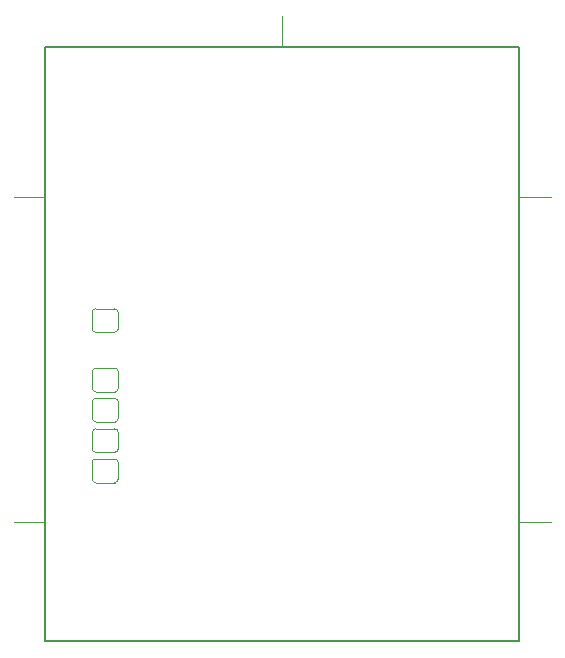
<source format=gbr>
%TF.GenerationSoftware,KiCad,Pcbnew,7.0.7-7.0.7~ubuntu23.04.1*%
%TF.CreationDate,2023-09-22T12:00:46+00:00*%
%TF.ProjectId,USBPDSINK01,55534250-4453-4494-9e4b-30312e6b6963,rev?*%
%TF.SameCoordinates,Original*%
%TF.FileFunction,Profile,NP*%
%FSLAX46Y46*%
G04 Gerber Fmt 4.6, Leading zero omitted, Abs format (unit mm)*
G04 Created by KiCad (PCBNEW 7.0.7-7.0.7~ubuntu23.04.1) date 2023-09-22 12:00:46*
%MOMM*%
%LPD*%
G01*
G04 APERTURE LIST*
%TA.AperFunction,Profile*%
%ADD10C,0.055880*%
%TD*%
%TA.AperFunction,Profile*%
%ADD11C,0.150000*%
%TD*%
%TA.AperFunction,Profile*%
%ADD12C,0.050000*%
%TD*%
G04 APERTURE END LIST*
D10*
X5328600Y42980000D02*
X2674600Y42980000D01*
X25400000Y55626000D02*
X25400000Y58280000D01*
D11*
X5334000Y55626000D02*
X45466000Y55626000D01*
X45466000Y5334001D01*
X5334000Y5334001D01*
X5334000Y55626000D01*
D10*
X45499000Y15480000D02*
X48153000Y15480000D01*
X2668400Y15480000D02*
X5322400Y15480000D01*
X48159200Y42980000D02*
X45505200Y42980000D01*
D12*
%TO.C,D5*%
X9325000Y26780000D02*
X9325000Y28180000D01*
X9625000Y28480000D02*
X11225000Y28480000D01*
X11225000Y26480000D02*
X9625000Y26480000D01*
X11525000Y28180000D02*
X11525000Y26780000D01*
X9625000Y28480000D02*
G75*
G03*
X9325000Y28180000I0J-300000D01*
G01*
X9325000Y26780000D02*
G75*
G03*
X9625000Y26480000I300000J0D01*
G01*
X11525000Y28180000D02*
G75*
G03*
X11225000Y28480000I-300000J0D01*
G01*
X11225000Y26480000D02*
G75*
G03*
X11525000Y26780000I0J300000D01*
G01*
%TO.C,D3*%
X9315000Y21646668D02*
X9315000Y23046668D01*
X9615000Y23346668D02*
X11215000Y23346668D01*
X11215000Y21346668D02*
X9615000Y21346668D01*
X11515000Y23046668D02*
X11515000Y21646668D01*
X9615000Y23346668D02*
G75*
G03*
X9315000Y23046668I0J-300000D01*
G01*
X9315000Y21646668D02*
G75*
G03*
X9615000Y21346668I300000J0D01*
G01*
X11515000Y23046668D02*
G75*
G03*
X11215000Y23346668I-300000J0D01*
G01*
X11215000Y21346668D02*
G75*
G03*
X11515000Y21646668I0J300000D01*
G01*
%TO.C,D2*%
X9325000Y24213334D02*
X9325000Y25613334D01*
X9625000Y25913334D02*
X11225000Y25913334D01*
X11225000Y23913334D02*
X9625000Y23913334D01*
X11525000Y25613334D02*
X11525000Y24213334D01*
X9625000Y25913334D02*
G75*
G03*
X9325000Y25613334I0J-300000D01*
G01*
X9325000Y24213334D02*
G75*
G03*
X9625000Y23913334I300000J0D01*
G01*
X11525000Y25613334D02*
G75*
G03*
X11225000Y25913334I-300000J0D01*
G01*
X11225000Y23913334D02*
G75*
G03*
X11525000Y24213334I0J300000D01*
G01*
%TO.C,D1*%
X9290000Y31815000D02*
X9290000Y33215000D01*
X9590000Y33515000D02*
X11190000Y33515000D01*
X11190000Y31515000D02*
X9590000Y31515000D01*
X11490000Y33215000D02*
X11490000Y31815000D01*
X9590000Y33515000D02*
G75*
G03*
X9290000Y33215000I0J-300000D01*
G01*
X9290000Y31815000D02*
G75*
G03*
X9590000Y31515000I300000J0D01*
G01*
X11490000Y33215000D02*
G75*
G03*
X11190000Y33515000I-300000J0D01*
G01*
X11190000Y31515000D02*
G75*
G03*
X11490000Y31815000I0J300000D01*
G01*
%TO.C,D4*%
X9300000Y19080000D02*
X9300000Y20480000D01*
X9600000Y20780000D02*
X11200000Y20780000D01*
X11200000Y18780000D02*
X9600000Y18780000D01*
X11500000Y20480000D02*
X11500000Y19080000D01*
X9600000Y20780000D02*
G75*
G03*
X9300000Y20480000I0J-300000D01*
G01*
X9300000Y19080000D02*
G75*
G03*
X9600000Y18780000I300000J0D01*
G01*
X11500000Y20480000D02*
G75*
G03*
X11200000Y20780000I-300000J0D01*
G01*
X11200000Y18780000D02*
G75*
G03*
X11500000Y19080000I0J300000D01*
G01*
%TD*%
M02*

</source>
